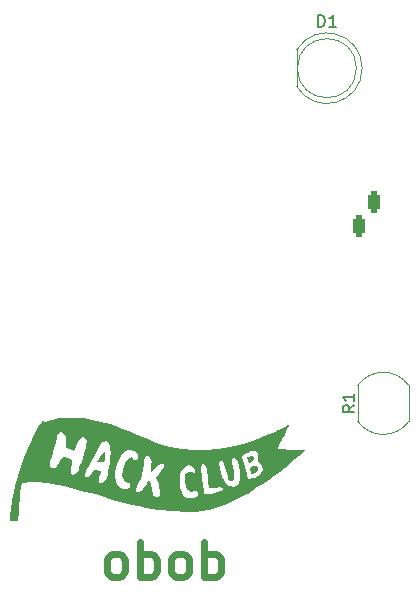
<source format=gbr>
%TF.GenerationSoftware,KiCad,Pcbnew,8.0.7*%
%TF.CreationDate,2025-06-23T15:52:58+10:00*%
%TF.ProjectId,solder,736f6c64-6572-42e6-9b69-6361645f7063,rev?*%
%TF.SameCoordinates,Original*%
%TF.FileFunction,Legend,Top*%
%TF.FilePolarity,Positive*%
%FSLAX46Y46*%
G04 Gerber Fmt 4.6, Leading zero omitted, Abs format (unit mm)*
G04 Created by KiCad (PCBNEW 8.0.7) date 2025-06-23 15:52:58*
%MOMM*%
%LPD*%
G01*
G04 APERTURE LIST*
G04 Aperture macros list*
%AMRoundRect*
0 Rectangle with rounded corners*
0 $1 Rounding radius*
0 $2 $3 $4 $5 $6 $7 $8 $9 X,Y pos of 4 corners*
0 Add a 4 corners polygon primitive as box body*
4,1,4,$2,$3,$4,$5,$6,$7,$8,$9,$2,$3,0*
0 Add four circle primitives for the rounded corners*
1,1,$1+$1,$2,$3*
1,1,$1+$1,$4,$5*
1,1,$1+$1,$6,$7*
1,1,$1+$1,$8,$9*
0 Add four rect primitives between the rounded corners*
20,1,$1+$1,$2,$3,$4,$5,0*
20,1,$1+$1,$4,$5,$6,$7,0*
20,1,$1+$1,$6,$7,$8,$9,0*
20,1,$1+$1,$8,$9,$2,$3,0*%
G04 Aperture macros list end*
%ADD10C,0.600000*%
%ADD11C,0.150000*%
%ADD12C,0.120000*%
%ADD13C,0.000000*%
%ADD14R,1.800000X1.800000*%
%ADD15C,1.800000*%
%ADD16C,1.500000*%
%ADD17C,1.440000*%
%ADD18R,1.100000X1.800000*%
%ADD19RoundRect,0.275000X0.275000X0.625000X-0.275000X0.625000X-0.275000X-0.625000X0.275000X-0.625000X0*%
G04 APERTURE END LIST*
D10*
X132687593Y-112101657D02*
X132401878Y-111958800D01*
X132401878Y-111958800D02*
X132259021Y-111815942D01*
X132259021Y-111815942D02*
X132116164Y-111530228D01*
X132116164Y-111530228D02*
X132116164Y-110673085D01*
X132116164Y-110673085D02*
X132259021Y-110387371D01*
X132259021Y-110387371D02*
X132401878Y-110244514D01*
X132401878Y-110244514D02*
X132687593Y-110101657D01*
X132687593Y-110101657D02*
X133116164Y-110101657D01*
X133116164Y-110101657D02*
X133401878Y-110244514D01*
X133401878Y-110244514D02*
X133544736Y-110387371D01*
X133544736Y-110387371D02*
X133687593Y-110673085D01*
X133687593Y-110673085D02*
X133687593Y-111530228D01*
X133687593Y-111530228D02*
X133544736Y-111815942D01*
X133544736Y-111815942D02*
X133401878Y-111958800D01*
X133401878Y-111958800D02*
X133116164Y-112101657D01*
X133116164Y-112101657D02*
X132687593Y-112101657D01*
X134973307Y-112101657D02*
X134973307Y-109101657D01*
X134973307Y-110244514D02*
X135259022Y-110101657D01*
X135259022Y-110101657D02*
X135830450Y-110101657D01*
X135830450Y-110101657D02*
X136116164Y-110244514D01*
X136116164Y-110244514D02*
X136259022Y-110387371D01*
X136259022Y-110387371D02*
X136401879Y-110673085D01*
X136401879Y-110673085D02*
X136401879Y-111530228D01*
X136401879Y-111530228D02*
X136259022Y-111815942D01*
X136259022Y-111815942D02*
X136116164Y-111958800D01*
X136116164Y-111958800D02*
X135830450Y-112101657D01*
X135830450Y-112101657D02*
X135259022Y-112101657D01*
X135259022Y-112101657D02*
X134973307Y-111958800D01*
X138116165Y-112101657D02*
X137830450Y-111958800D01*
X137830450Y-111958800D02*
X137687593Y-111815942D01*
X137687593Y-111815942D02*
X137544736Y-111530228D01*
X137544736Y-111530228D02*
X137544736Y-110673085D01*
X137544736Y-110673085D02*
X137687593Y-110387371D01*
X137687593Y-110387371D02*
X137830450Y-110244514D01*
X137830450Y-110244514D02*
X138116165Y-110101657D01*
X138116165Y-110101657D02*
X138544736Y-110101657D01*
X138544736Y-110101657D02*
X138830450Y-110244514D01*
X138830450Y-110244514D02*
X138973308Y-110387371D01*
X138973308Y-110387371D02*
X139116165Y-110673085D01*
X139116165Y-110673085D02*
X139116165Y-111530228D01*
X139116165Y-111530228D02*
X138973308Y-111815942D01*
X138973308Y-111815942D02*
X138830450Y-111958800D01*
X138830450Y-111958800D02*
X138544736Y-112101657D01*
X138544736Y-112101657D02*
X138116165Y-112101657D01*
X140401879Y-112101657D02*
X140401879Y-109101657D01*
X140401879Y-110244514D02*
X140687594Y-110101657D01*
X140687594Y-110101657D02*
X141259022Y-110101657D01*
X141259022Y-110101657D02*
X141544736Y-110244514D01*
X141544736Y-110244514D02*
X141687594Y-110387371D01*
X141687594Y-110387371D02*
X141830451Y-110673085D01*
X141830451Y-110673085D02*
X141830451Y-111530228D01*
X141830451Y-111530228D02*
X141687594Y-111815942D01*
X141687594Y-111815942D02*
X141544736Y-111958800D01*
X141544736Y-111958800D02*
X141259022Y-112101657D01*
X141259022Y-112101657D02*
X140687594Y-112101657D01*
X140687594Y-112101657D02*
X140401879Y-111958800D01*
D11*
X150031905Y-65494819D02*
X150031905Y-64494819D01*
X150031905Y-64494819D02*
X150270000Y-64494819D01*
X150270000Y-64494819D02*
X150412857Y-64542438D01*
X150412857Y-64542438D02*
X150508095Y-64637676D01*
X150508095Y-64637676D02*
X150555714Y-64732914D01*
X150555714Y-64732914D02*
X150603333Y-64923390D01*
X150603333Y-64923390D02*
X150603333Y-65066247D01*
X150603333Y-65066247D02*
X150555714Y-65256723D01*
X150555714Y-65256723D02*
X150508095Y-65351961D01*
X150508095Y-65351961D02*
X150412857Y-65447200D01*
X150412857Y-65447200D02*
X150270000Y-65494819D01*
X150270000Y-65494819D02*
X150031905Y-65494819D01*
X151555714Y-65494819D02*
X150984286Y-65494819D01*
X151270000Y-65494819D02*
X151270000Y-64494819D01*
X151270000Y-64494819D02*
X151174762Y-64637676D01*
X151174762Y-64637676D02*
X151079524Y-64732914D01*
X151079524Y-64732914D02*
X150984286Y-64780533D01*
X153104819Y-97526666D02*
X152628628Y-97859999D01*
X153104819Y-98098094D02*
X152104819Y-98098094D01*
X152104819Y-98098094D02*
X152104819Y-97717142D01*
X152104819Y-97717142D02*
X152152438Y-97621904D01*
X152152438Y-97621904D02*
X152200057Y-97574285D01*
X152200057Y-97574285D02*
X152295295Y-97526666D01*
X152295295Y-97526666D02*
X152438152Y-97526666D01*
X152438152Y-97526666D02*
X152533390Y-97574285D01*
X152533390Y-97574285D02*
X152581009Y-97621904D01*
X152581009Y-97621904D02*
X152628628Y-97717142D01*
X152628628Y-97717142D02*
X152628628Y-98098094D01*
X153104819Y-96574285D02*
X153104819Y-97145713D01*
X153104819Y-96859999D02*
X152104819Y-96859999D01*
X152104819Y-96859999D02*
X152247676Y-96955237D01*
X152247676Y-96955237D02*
X152342914Y-97050475D01*
X152342914Y-97050475D02*
X152390533Y-97145713D01*
D12*
%TO.C,D1*%
X148210000Y-67455000D02*
X148210000Y-70545000D01*
X148210000Y-67455170D02*
G75*
G02*
X153760000Y-68999952I2560000J-1544830D01*
G01*
X153760000Y-69000048D02*
G75*
G02*
X148210000Y-70544830I-2990000J48D01*
G01*
X153270000Y-69000000D02*
G75*
G02*
X148270000Y-69000000I-2500000J0D01*
G01*
X148270000Y-69000000D02*
G75*
G02*
X153270000Y-69000000I2500000J0D01*
G01*
D13*
%TO.C,G\u002A\u002A\u002A*%
G36*
X144589001Y-101882703D02*
G01*
X144623084Y-101993015D01*
X144612229Y-102068095D01*
X144561387Y-102152769D01*
X144462364Y-102256413D01*
X144345369Y-102352836D01*
X144240614Y-102415849D01*
X144198484Y-102426779D01*
X144165162Y-102386686D01*
X144111290Y-102283431D01*
X144068683Y-102187070D01*
X143969064Y-101947360D01*
X144098015Y-101897501D01*
X144319863Y-101832755D01*
X144485726Y-101828552D01*
X144589001Y-101882703D01*
G37*
G36*
X144868944Y-102706168D02*
G01*
X144947070Y-102802711D01*
X144980296Y-102940996D01*
X144930165Y-103067099D01*
X144792028Y-103189302D01*
X144698215Y-103246174D01*
X144542878Y-103329418D01*
X144449652Y-103367707D01*
X144399235Y-103365296D01*
X144372323Y-103326438D01*
X144369439Y-103318633D01*
X144346889Y-103238270D01*
X144314781Y-103105683D01*
X144301095Y-103045132D01*
X144281800Y-102884158D01*
X144319850Y-102781246D01*
X144428958Y-102717549D01*
X144563439Y-102684593D01*
X144747321Y-102668192D01*
X144868944Y-102706168D01*
G37*
G36*
X131959852Y-101471467D02*
G01*
X131974117Y-101587191D01*
X131977620Y-101752626D01*
X131969949Y-101945322D01*
X131950694Y-102142831D01*
X131948591Y-102158530D01*
X131926532Y-102278788D01*
X131887901Y-102348329D01*
X131813070Y-102374961D01*
X131682410Y-102366496D01*
X131503184Y-102335756D01*
X131390402Y-102298842D01*
X131348946Y-102249195D01*
X131349567Y-102243973D01*
X131382903Y-102173703D01*
X131456714Y-102054524D01*
X131556484Y-101906663D01*
X131667697Y-101750347D01*
X131775836Y-101605803D01*
X131866386Y-101493258D01*
X131924831Y-101432938D01*
X131935233Y-101427903D01*
X131959852Y-101471467D01*
G37*
G36*
X129497743Y-98592742D02*
G01*
X130195498Y-98648216D01*
X130916446Y-98758991D01*
X131668039Y-98926974D01*
X132457727Y-99154071D01*
X133292962Y-99442191D01*
X134181195Y-99793240D01*
X135118165Y-100203771D01*
X135433426Y-100343261D01*
X135772390Y-100485484D01*
X136105328Y-100618466D01*
X136402512Y-100730235D01*
X136568914Y-100787984D01*
X137507814Y-101048032D01*
X138480070Y-101221962D01*
X139479908Y-101310363D01*
X140501553Y-101313827D01*
X141539229Y-101232944D01*
X142587163Y-101068305D01*
X143639579Y-100820502D01*
X144690702Y-100490125D01*
X145734758Y-100077764D01*
X146367416Y-99785379D01*
X146625865Y-99657949D01*
X146872361Y-99534214D01*
X147086253Y-99424699D01*
X147246885Y-99339929D01*
X147306790Y-99306664D01*
X147437213Y-99240847D01*
X147534591Y-99208917D01*
X147568400Y-99212229D01*
X147557593Y-99262781D01*
X147507935Y-99385244D01*
X147425074Y-99567448D01*
X147314657Y-99797222D01*
X147182333Y-100062394D01*
X147092791Y-100237257D01*
X146948215Y-100518144D01*
X146819490Y-100770543D01*
X146712706Y-100982319D01*
X146633954Y-101141340D01*
X146589326Y-101235472D01*
X146581461Y-101255820D01*
X146626857Y-101264020D01*
X146754367Y-101271339D01*
X146950978Y-101277440D01*
X147203675Y-101281989D01*
X147499443Y-101284648D01*
X147720227Y-101285206D01*
X148055631Y-101286990D01*
X148350107Y-101292038D01*
X148591704Y-101299898D01*
X148768472Y-101310119D01*
X148868461Y-101322247D01*
X148886282Y-101329362D01*
X148860990Y-101376404D01*
X148765881Y-101479156D01*
X148605239Y-101633677D01*
X148383352Y-101836022D01*
X148104505Y-102082250D01*
X147772984Y-102368417D01*
X147556555Y-102552581D01*
X147204169Y-102839993D01*
X146790329Y-103159220D01*
X146333621Y-103497234D01*
X145852634Y-103841011D01*
X145365955Y-104177526D01*
X144892171Y-104493752D01*
X144449870Y-104776664D01*
X144057639Y-105013236D01*
X143989139Y-105052536D01*
X143142309Y-105501863D01*
X142319171Y-105874936D01*
X141524896Y-106169849D01*
X140764651Y-106384694D01*
X140043608Y-106517566D01*
X140003164Y-106522709D01*
X139750442Y-106543124D01*
X139421239Y-106553025D01*
X139033565Y-106552898D01*
X138605431Y-106543231D01*
X138154849Y-106524511D01*
X137699828Y-106497224D01*
X137258380Y-106461857D01*
X137068352Y-106443374D01*
X136507488Y-106378874D01*
X135960808Y-106301651D01*
X135414236Y-106208642D01*
X134853698Y-106096782D01*
X134265120Y-105963004D01*
X133634426Y-105804244D01*
X132947542Y-105617438D01*
X132190394Y-105399520D01*
X131955057Y-105329885D01*
X131118555Y-105083839D01*
X130364488Y-104868314D01*
X129951692Y-104754867D01*
X134594944Y-104754867D01*
X134635223Y-104857092D01*
X134735621Y-104915206D01*
X134865483Y-104913553D01*
X134890009Y-104905553D01*
X135023579Y-104820806D01*
X135174306Y-104672595D01*
X135322158Y-104485015D01*
X135447099Y-104282163D01*
X135498378Y-104173818D01*
X135571914Y-104015173D01*
X135634887Y-103930492D01*
X135701507Y-103901886D01*
X135714864Y-103901311D01*
X135758679Y-103908418D01*
X135793527Y-103939639D01*
X135824718Y-104009822D01*
X135857566Y-104133816D01*
X135897381Y-104326469D01*
X135931800Y-104507772D01*
X135987300Y-104785259D01*
X136036420Y-104983491D01*
X136083825Y-105117702D01*
X136134181Y-105203124D01*
X136150306Y-105221255D01*
X136288371Y-105309773D01*
X136433182Y-105318043D01*
X136558386Y-105244740D01*
X136560977Y-105241917D01*
X136628527Y-105129984D01*
X136665827Y-105015980D01*
X136666207Y-104885608D01*
X136637025Y-104693509D01*
X136584864Y-104465954D01*
X136516308Y-104229212D01*
X136437940Y-104009554D01*
X136381527Y-103881563D01*
X136355048Y-103827741D01*
X138311236Y-103827741D01*
X138317362Y-104115356D01*
X138366785Y-104521030D01*
X138464329Y-104857065D01*
X138607753Y-105118820D01*
X138794815Y-105301654D01*
X138923409Y-105370101D01*
X139120340Y-105413397D01*
X139344864Y-105412561D01*
X139526773Y-105372675D01*
X139707417Y-105272112D01*
X139829409Y-105138221D01*
X139874715Y-104990870D01*
X139874719Y-104989391D01*
X139845930Y-104864904D01*
X139755448Y-104804200D01*
X139597099Y-104804321D01*
X139519618Y-104819294D01*
X139305493Y-104847173D01*
X139146122Y-104810920D01*
X139018833Y-104701677D01*
X138947464Y-104595767D01*
X138832646Y-104337764D01*
X138768597Y-104057427D01*
X138755530Y-103777917D01*
X138793656Y-103522394D01*
X138883189Y-103314018D01*
X138935091Y-103247285D01*
X139051408Y-103159757D01*
X139178006Y-103150935D01*
X139338638Y-103219204D01*
X139339633Y-103219774D01*
X139484487Y-103275185D01*
X139583245Y-103260019D01*
X139631943Y-103188986D01*
X139626620Y-103076801D01*
X139563312Y-102938176D01*
X139517564Y-102881975D01*
X140118934Y-102881975D01*
X140126810Y-102997566D01*
X140141778Y-103155284D01*
X140165046Y-103369588D01*
X140194375Y-103622730D01*
X140227526Y-103896962D01*
X140262257Y-104174536D01*
X140296331Y-104437703D01*
X140327506Y-104668716D01*
X140353543Y-104849826D01*
X140372202Y-104963285D01*
X140378191Y-104989491D01*
X140436468Y-105025131D01*
X140568043Y-105039725D01*
X140753798Y-105034789D01*
X140974614Y-105011841D01*
X141211372Y-104972397D01*
X141444955Y-104917972D01*
X141508669Y-104899813D01*
X141711972Y-104832913D01*
X141840452Y-104773023D01*
X141912894Y-104710190D01*
X141934055Y-104674374D01*
X141955020Y-104568171D01*
X141898306Y-104505918D01*
X141760548Y-104485756D01*
X141610862Y-104496074D01*
X141423870Y-104516817D01*
X141204342Y-104539204D01*
X141079832Y-104551026D01*
X140786630Y-104577791D01*
X140762258Y-104322791D01*
X140746955Y-104163357D01*
X140725841Y-103944292D01*
X140702298Y-103700651D01*
X140689140Y-103564751D01*
X140645409Y-103224429D01*
X140586630Y-102934740D01*
X140516297Y-102707821D01*
X140437905Y-102555806D01*
X140406326Y-102524921D01*
X141642457Y-102524921D01*
X141680004Y-102763633D01*
X141708291Y-102880550D01*
X141820709Y-103291186D01*
X141924741Y-103618380D01*
X142025859Y-103872805D01*
X142129538Y-104065135D01*
X142241253Y-104206043D01*
X142366476Y-104306203D01*
X142466157Y-104358246D01*
X142665097Y-104411104D01*
X142881875Y-104417390D01*
X143068169Y-104376012D01*
X143077150Y-104372068D01*
X143199284Y-104272497D01*
X143308436Y-104104430D01*
X143390394Y-103894495D01*
X143426434Y-103717673D01*
X143429890Y-103550905D01*
X143413388Y-103321612D01*
X143381287Y-103059241D01*
X143337941Y-102793237D01*
X143287709Y-102553048D01*
X143234946Y-102368119D01*
X143221629Y-102333389D01*
X143122462Y-102148372D01*
X143014500Y-102035223D01*
X142908456Y-101998971D01*
X142815046Y-102044642D01*
X142766540Y-102119847D01*
X142741107Y-102207833D01*
X142742432Y-102321374D01*
X142772121Y-102486870D01*
X142794744Y-102583612D01*
X142838005Y-102800788D01*
X142876253Y-103062271D01*
X142902248Y-103317264D01*
X142904988Y-103357264D01*
X142914334Y-103623405D01*
X142900718Y-103807911D01*
X142859720Y-103922453D01*
X142786920Y-103978702D01*
X142677896Y-103988330D01*
X142666366Y-103987329D01*
X142589737Y-103971994D01*
X142526217Y-103934463D01*
X142470049Y-103862661D01*
X142415480Y-103744512D01*
X142356754Y-103567942D01*
X142288119Y-103320875D01*
X142217364Y-103045132D01*
X142136425Y-102740704D01*
X142066112Y-102519065D01*
X142001115Y-102369218D01*
X141936127Y-102280165D01*
X141865838Y-102240909D01*
X141827048Y-102236517D01*
X141714983Y-102266763D01*
X141653785Y-102361098D01*
X141642457Y-102524921D01*
X140406326Y-102524921D01*
X140383069Y-102502175D01*
X140309624Y-102480089D01*
X140238940Y-102524507D01*
X140199225Y-102569476D01*
X140145618Y-102650356D01*
X140120617Y-102744102D01*
X140118934Y-102881975D01*
X139517564Y-102881975D01*
X139452225Y-102801708D01*
X139267245Y-102661506D01*
X139081814Y-102615206D01*
X138887813Y-102661888D01*
X138776987Y-102725196D01*
X138575770Y-102907672D01*
X138432444Y-103148109D01*
X138344951Y-103452725D01*
X138311236Y-103827741D01*
X136355048Y-103827741D01*
X136266508Y-103647770D01*
X136540845Y-103334559D01*
X136719944Y-103126077D01*
X136842931Y-102970808D01*
X136919576Y-102853342D01*
X136959650Y-102758267D01*
X136972923Y-102670172D01*
X136973221Y-102652531D01*
X136945996Y-102529085D01*
X136865123Y-102482929D01*
X136731810Y-102513629D01*
X136547264Y-102620750D01*
X136312692Y-102803860D01*
X136150018Y-102948560D01*
X136012431Y-103069828D01*
X135909511Y-103149401D01*
X135853872Y-103178232D01*
X135849554Y-103164045D01*
X135867632Y-103077164D01*
X135886840Y-102921052D01*
X135904320Y-102721527D01*
X135912732Y-102592767D01*
X135923993Y-102375083D01*
X135925534Y-102229224D01*
X135913592Y-102132067D01*
X135884404Y-102060494D01*
X135834207Y-101991384D01*
X135810158Y-101962524D01*
X135712854Y-101874991D01*
X143603792Y-101874991D01*
X143616660Y-101987476D01*
X143654099Y-102162810D01*
X143718021Y-102409843D01*
X143810340Y-102737427D01*
X143819135Y-102767813D01*
X143899090Y-103043704D01*
X143970406Y-103290005D01*
X144028659Y-103491416D01*
X144069422Y-103632636D01*
X144088272Y-103698365D01*
X144088493Y-103699158D01*
X144147578Y-103746782D01*
X144275938Y-103753981D01*
X144457287Y-103721907D01*
X144655893Y-103659086D01*
X144873283Y-103552584D01*
X145070850Y-103410681D01*
X145226059Y-103253074D01*
X145316377Y-103099462D01*
X145323593Y-103075412D01*
X145328906Y-102896399D01*
X145274973Y-102697102D01*
X145176717Y-102507108D01*
X145049060Y-102356006D01*
X144921280Y-102277693D01*
X144880323Y-102242470D01*
X144903311Y-102166613D01*
X144909846Y-102154131D01*
X144958519Y-101987484D01*
X144960543Y-101789546D01*
X144918908Y-101604158D01*
X144865649Y-101505666D01*
X144736359Y-101404900D01*
X144560687Y-101376447D01*
X144334047Y-101420591D01*
X144051850Y-101537617D01*
X144009847Y-101558708D01*
X143841109Y-101651400D01*
X143704060Y-101738585D01*
X143622690Y-101804655D01*
X143613583Y-101816502D01*
X143603792Y-101874991D01*
X135712854Y-101874991D01*
X135685743Y-101850602D01*
X135568412Y-101808437D01*
X135566906Y-101808427D01*
X135470525Y-101829062D01*
X135396638Y-101898205D01*
X135341046Y-102026712D01*
X135299546Y-102225440D01*
X135267940Y-102505246D01*
X135260167Y-102601220D01*
X135210309Y-103045302D01*
X135126834Y-103437180D01*
X134998848Y-103816071D01*
X134815454Y-104221196D01*
X134803447Y-104245211D01*
X134713313Y-104434053D01*
X134642785Y-104599585D01*
X134601583Y-104718043D01*
X134594944Y-104754867D01*
X129951692Y-104754867D01*
X129685724Y-104681772D01*
X129075130Y-104522676D01*
X128525573Y-104389489D01*
X128029922Y-104280673D01*
X127581044Y-104194692D01*
X127171807Y-104130007D01*
X126795078Y-104085083D01*
X126443726Y-104058381D01*
X126110618Y-104048365D01*
X126009364Y-104048412D01*
X125742374Y-104054613D01*
X125487819Y-104067999D01*
X125264317Y-104086847D01*
X125090485Y-104109433D01*
X124984943Y-104134034D01*
X124964895Y-104145093D01*
X124933641Y-104218766D01*
X124898078Y-104373390D01*
X124859904Y-104594973D01*
X124820817Y-104869525D01*
X124782515Y-105183054D01*
X124746694Y-105521570D01*
X124715053Y-105871081D01*
X124689289Y-106217598D01*
X124671100Y-106547128D01*
X124669835Y-106576873D01*
X124638871Y-107326030D01*
X124289567Y-107326030D01*
X123940263Y-107326030D01*
X123940263Y-107146239D01*
X123948006Y-106988935D01*
X123969507Y-106758157D01*
X124002166Y-106474146D01*
X124043386Y-106157142D01*
X124090571Y-105827388D01*
X124141123Y-105505123D01*
X124179648Y-105280712D01*
X124359467Y-104413485D01*
X124588464Y-103549769D01*
X124871399Y-102675826D01*
X124931612Y-102517569D01*
X127325225Y-102517569D01*
X127334243Y-102695560D01*
X127395257Y-102805816D01*
X127508676Y-102852577D01*
X127549883Y-102854869D01*
X127739012Y-102811384D01*
X127919332Y-102679269D01*
X128093626Y-102456032D01*
X128197385Y-102275564D01*
X128286768Y-102107428D01*
X128361086Y-101972965D01*
X128408388Y-101893594D01*
X128416768Y-101882359D01*
X128470758Y-101885351D01*
X128586334Y-101917814D01*
X128738676Y-101970204D01*
X128902961Y-102032980D01*
X129054369Y-102096600D01*
X129168079Y-102151523D01*
X129219269Y-102188205D01*
X129220038Y-102191158D01*
X129210993Y-102250003D01*
X129186659Y-102379989D01*
X129151236Y-102559145D01*
X129126019Y-102682983D01*
X129077570Y-102955253D01*
X129063386Y-103151486D01*
X129085885Y-103285284D01*
X129147481Y-103370252D01*
X129250590Y-103419993D01*
X129257240Y-103421901D01*
X129266768Y-103419141D01*
X130276990Y-103419141D01*
X130277128Y-103420858D01*
X130321618Y-103552189D01*
X130409028Y-103607283D01*
X130529081Y-103588771D01*
X130671499Y-103499283D01*
X130826004Y-103341448D01*
X130884832Y-103265354D01*
X131051311Y-103036921D01*
X131328571Y-103060639D01*
X131481460Y-103077102D01*
X131591693Y-103095293D01*
X131629227Y-103107754D01*
X131628057Y-103161367D01*
X131603237Y-103280996D01*
X131559989Y-103442013D01*
X131554121Y-103461902D01*
X131505073Y-103638942D01*
X131469791Y-103789854D01*
X131455641Y-103882989D01*
X131455618Y-103885035D01*
X131490894Y-104010929D01*
X131583660Y-104077345D01*
X131714329Y-104080555D01*
X131863310Y-104016836D01*
X131921455Y-103973623D01*
X132026488Y-103856546D01*
X132118013Y-103688727D01*
X132149516Y-103600040D01*
X132841741Y-103600040D01*
X132896942Y-103946558D01*
X132911515Y-103998939D01*
X133021260Y-104245009D01*
X133180279Y-104439634D01*
X133372994Y-104574741D01*
X133583826Y-104642256D01*
X133797196Y-104634105D01*
X133981449Y-104553443D01*
X134091837Y-104461610D01*
X134137137Y-104362449D01*
X134143071Y-104279941D01*
X134132312Y-104165636D01*
X134086534Y-104114803D01*
X134024158Y-104100814D01*
X133791911Y-104050050D01*
X133623797Y-103966045D01*
X133554804Y-103893727D01*
X133487241Y-103712943D01*
X133462603Y-103472136D01*
X133481088Y-103196280D01*
X133542891Y-102910347D01*
X133546966Y-102896747D01*
X133669162Y-102546123D01*
X133797726Y-102273474D01*
X133929658Y-102082055D01*
X134061956Y-101975119D01*
X134191621Y-101955923D01*
X134315651Y-102027719D01*
X134332235Y-102045041D01*
X134465030Y-102147345D01*
X134588303Y-102167881D01*
X134690201Y-102119981D01*
X134758872Y-102016980D01*
X134782465Y-101872210D01*
X134749128Y-101699005D01*
X134713053Y-101616608D01*
X134585805Y-101467389D01*
X134399263Y-101371101D01*
X134175959Y-101332152D01*
X133938424Y-101354951D01*
X133741470Y-101426523D01*
X133513198Y-101592047D01*
X133309110Y-101833985D01*
X133134643Y-102135483D01*
X132995236Y-102479691D01*
X132896326Y-102849754D01*
X132843348Y-103228821D01*
X132841741Y-103600040D01*
X132149516Y-103600040D01*
X132199070Y-103460537D01*
X132272700Y-103162345D01*
X132341945Y-102784521D01*
X132383286Y-102511143D01*
X132436617Y-102036169D01*
X132454430Y-101620649D01*
X132438080Y-101268894D01*
X132388920Y-100985219D01*
X132308304Y-100773934D01*
X132197585Y-100639352D01*
X132058118Y-100585785D01*
X131891255Y-100617545D01*
X131803273Y-100663470D01*
X131680120Y-100768262D01*
X131568853Y-100908014D01*
X131550932Y-100937952D01*
X131273231Y-101440662D01*
X131023839Y-101899147D01*
X130805523Y-102308011D01*
X130621052Y-102661856D01*
X130473195Y-102955288D01*
X130364720Y-103182910D01*
X130298396Y-103339327D01*
X130276990Y-103419141D01*
X129266768Y-103419141D01*
X129305313Y-103407975D01*
X129406401Y-103368848D01*
X129428540Y-103359689D01*
X129569386Y-103272065D01*
X129685336Y-103154808D01*
X129745166Y-103041554D01*
X129821094Y-102853737D01*
X129908385Y-102607761D01*
X130002307Y-102320031D01*
X130098125Y-102006954D01*
X130191104Y-101684933D01*
X130276511Y-101370375D01*
X130349613Y-101079685D01*
X130405674Y-100829267D01*
X130439961Y-100635527D01*
X130447740Y-100514870D01*
X130447590Y-100513293D01*
X130386389Y-100355087D01*
X130302544Y-100270146D01*
X130209865Y-100209563D01*
X130135516Y-100200575D01*
X130032165Y-100240031D01*
X130009714Y-100250658D01*
X129931628Y-100298124D01*
X129860129Y-100370298D01*
X129783674Y-100483768D01*
X129690724Y-100655121D01*
X129598036Y-100842332D01*
X129500739Y-101042410D01*
X129419392Y-101208478D01*
X129362431Y-101323397D01*
X129338291Y-101370032D01*
X129338226Y-101370119D01*
X129291332Y-101363198D01*
X129184655Y-101329459D01*
X129045938Y-101279360D01*
X128902921Y-101223360D01*
X128783346Y-101171918D01*
X128714953Y-101135492D01*
X128714073Y-101134811D01*
X128683673Y-101063654D01*
X128697976Y-100924231D01*
X128703612Y-100898009D01*
X128723579Y-100687854D01*
X128702461Y-100456734D01*
X128647492Y-100230593D01*
X128565908Y-100035372D01*
X128464941Y-99897015D01*
X128414058Y-99859650D01*
X128251956Y-99813638D01*
X128112200Y-99857991D01*
X127998102Y-99989867D01*
X127912976Y-100206423D01*
X127888957Y-100310113D01*
X127802470Y-100705910D01*
X127692721Y-101145264D01*
X127571474Y-101583282D01*
X127461532Y-101941423D01*
X127367791Y-102267604D01*
X127325225Y-102517569D01*
X124931612Y-102517569D01*
X125213031Y-101777917D01*
X125618119Y-100842302D01*
X125983768Y-100072285D01*
X126166849Y-99703425D01*
X126315708Y-99413329D01*
X126435679Y-99194246D01*
X126532100Y-99038424D01*
X126610305Y-98938113D01*
X126675633Y-98885560D01*
X126733418Y-98873014D01*
X126788998Y-98892724D01*
X126793795Y-98895641D01*
X126866058Y-98921491D01*
X126966489Y-98913420D01*
X127121553Y-98868519D01*
X127159767Y-98855449D01*
X127457306Y-98761693D01*
X127748823Y-98692329D01*
X128059889Y-98643272D01*
X128416072Y-98610430D01*
X128815731Y-98590661D01*
X129497743Y-98592742D01*
G37*
D12*
%TO.C,R1*%
X153400000Y-98910000D02*
X153400000Y-95860000D01*
X157700000Y-98910000D02*
X157700000Y-95860000D01*
X153400000Y-95860000D02*
G75*
G02*
X157668249Y-95815487I2150000J-1500000D01*
G01*
X157700000Y-98910000D02*
G75*
G02*
X153384475Y-98888234I-2150000J1550000D01*
G01*
%TD*%
%LPC*%
D14*
%TO.C,D1*%
X149500000Y-69000000D03*
D15*
X152040000Y-69000000D03*
%TD*%
D16*
%TO.C,R1*%
X155550000Y-99060000D03*
X155550000Y-95660000D03*
%TD*%
D17*
%TO.C,RV1*%
X114975000Y-97540000D03*
X117515000Y-95000000D03*
X120055000Y-97540000D03*
%TD*%
%TO.C,RV2*%
X117500000Y-84960000D03*
X120040000Y-87500000D03*
X117500000Y-90040000D03*
%TD*%
D18*
%TO.C,Q1*%
X156000000Y-82400000D03*
D19*
X154730000Y-80330000D03*
X153460000Y-82400000D03*
%TD*%
%LPD*%
M02*

</source>
